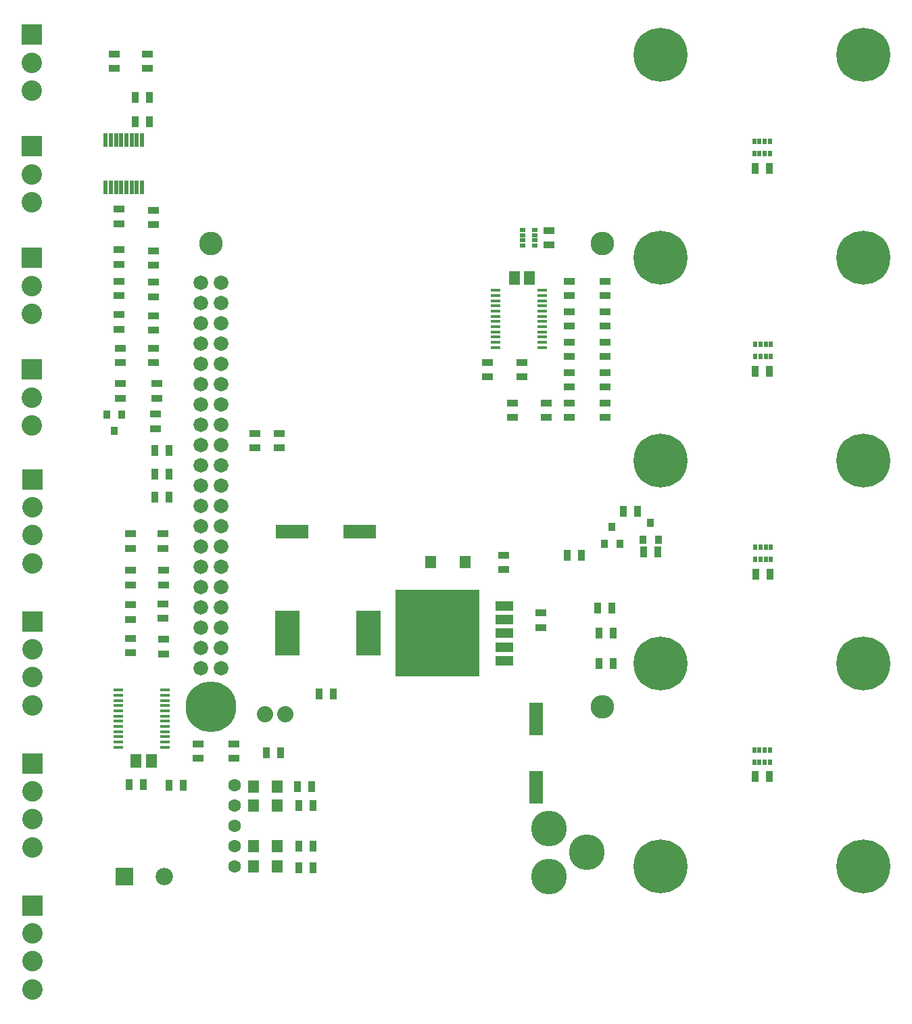
<source format=gbr>
G04 EAGLE Gerber RS-274X export*
G75*
%MOMM*%
%FSLAX34Y34*%
%LPD*%
%INSoldermask Top*%
%IPPOS*%
%AMOC8*
5,1,8,0,0,1.08239X$1,22.5*%
G01*
%ADD10C,1.600200*%
%ADD11R,1.352400X0.952400*%
%ADD12R,1.352400X1.552400*%
%ADD13R,0.952400X1.352400*%
%ADD14C,4.470400*%
%ADD15R,1.143000X0.457200*%
%ADD16R,1.452400X1.652400*%
%ADD17R,2.565400X2.565400*%
%ADD18C,2.565400*%
%ADD19C,6.756400*%
%ADD20R,0.552400X1.752400*%
%ADD21R,0.952400X1.052400*%
%ADD22R,0.502400X0.652400*%
%ADD23R,0.652400X0.502400*%
%ADD24R,10.562400X10.952400*%
%ADD25R,2.311400X1.219200*%
%ADD26R,1.752400X4.052400*%
%ADD27R,4.052400X1.752400*%
%ADD28R,1.422400X1.622400*%
%ADD29C,1.828800*%
%ADD30C,2.952400*%
%ADD31C,6.350000*%
%ADD32C,2.032000*%
%ADD33R,2.184400X2.184400*%
%ADD34C,2.184400*%
%ADD35R,3.152400X5.552400*%


D10*
X-12700Y-457200D03*
X-12700Y-406400D03*
D11*
X43180Y16400D03*
X43180Y34400D03*
X12700Y16400D03*
X12700Y34400D03*
D10*
X-12700Y-482600D03*
D12*
X10400Y-407670D03*
X40400Y-407670D03*
D13*
X83930Y-407670D03*
X65930Y-407670D03*
X421750Y-118110D03*
X403750Y-118110D03*
D14*
X381000Y-459900D03*
X381000Y-519900D03*
X428000Y-489900D03*
D13*
X638700Y-394970D03*
X656700Y-394970D03*
X639970Y-142240D03*
X657970Y-142240D03*
X638700Y111760D03*
X656700Y111760D03*
X638700Y365760D03*
X656700Y365760D03*
D11*
X381000Y288400D03*
X381000Y270400D03*
D15*
X372078Y142050D03*
X372078Y148550D03*
X372078Y155050D03*
X372078Y161550D03*
X372078Y168050D03*
X372078Y174550D03*
X372078Y181050D03*
X372078Y187550D03*
X372078Y194050D03*
X372078Y200550D03*
X313722Y200550D03*
X313722Y194050D03*
X313722Y187550D03*
X313722Y181050D03*
X313722Y174550D03*
X313722Y168050D03*
X313722Y161550D03*
X313722Y155050D03*
X313722Y148550D03*
X313722Y142050D03*
X372078Y207050D03*
X313722Y207050D03*
X372078Y213550D03*
X313722Y213550D03*
D16*
X337210Y228600D03*
X356210Y228600D03*
D11*
X450850Y72500D03*
X450850Y54500D03*
X406400Y72500D03*
X406400Y54500D03*
X450850Y110600D03*
X450850Y92600D03*
X406400Y110600D03*
X406400Y92600D03*
X450850Y148700D03*
X450850Y130700D03*
X406400Y148700D03*
X406400Y130700D03*
X450850Y186800D03*
X450850Y168800D03*
X406400Y186800D03*
X406400Y168800D03*
X450850Y224900D03*
X450850Y206900D03*
X406400Y224900D03*
X406400Y206900D03*
X346710Y123300D03*
X346710Y105300D03*
X335280Y72500D03*
X335280Y54500D03*
X303530Y123300D03*
X303530Y105300D03*
X377190Y54500D03*
X377190Y72500D03*
D10*
X-12700Y-431800D03*
D17*
X-266700Y114300D03*
D18*
X-266700Y79300D03*
X-266700Y44300D03*
D17*
X-266700Y254000D03*
D18*
X-266700Y219000D03*
X-266700Y184000D03*
D17*
X-266700Y393700D03*
D18*
X-266700Y358700D03*
X-266700Y323700D03*
D17*
X-266700Y533400D03*
D18*
X-266700Y498400D03*
X-266700Y463400D03*
D19*
X520700Y-254000D03*
X774700Y-254000D03*
X520700Y254000D03*
X774700Y254000D03*
X520700Y0D03*
X774700Y0D03*
D17*
X-266470Y-200920D03*
D18*
X-266470Y-235920D03*
X-266470Y-270920D03*
X-266470Y-305920D03*
D15*
X-158718Y-286830D03*
X-158718Y-293330D03*
X-158718Y-299830D03*
X-158718Y-306330D03*
X-158718Y-312830D03*
X-158718Y-319330D03*
X-158718Y-325830D03*
X-158718Y-332330D03*
X-158718Y-338830D03*
X-158718Y-345330D03*
X-100362Y-345330D03*
X-100362Y-338830D03*
X-100362Y-332330D03*
X-100362Y-325830D03*
X-100362Y-319330D03*
X-100362Y-312830D03*
X-100362Y-306330D03*
X-100362Y-299830D03*
X-100362Y-293330D03*
X-100362Y-286830D03*
X-158718Y-351830D03*
X-100362Y-351830D03*
X-158718Y-358330D03*
X-100362Y-358330D03*
D16*
X-117500Y-375920D03*
X-136500Y-375920D03*
D11*
X-143510Y-155050D03*
X-143510Y-137050D03*
X-101600Y-155050D03*
X-101600Y-137050D03*
X-143510Y-240140D03*
X-143510Y-222140D03*
X-101600Y-241410D03*
X-101600Y-223410D03*
X-143510Y-198230D03*
X-143510Y-180230D03*
X-102870Y-196960D03*
X-102870Y-178960D03*
X-102870Y-109330D03*
X-102870Y-91330D03*
X-143510Y-109330D03*
X-143510Y-91330D03*
D13*
X-95360Y-406400D03*
X-77360Y-406400D03*
D11*
X-13970Y-372220D03*
X-13970Y-354220D03*
X-58420Y-372220D03*
X-58420Y-354220D03*
D13*
X-126890Y-405130D03*
X-144890Y-405130D03*
D17*
X-266470Y-556520D03*
D18*
X-266470Y-591520D03*
X-266470Y-626520D03*
X-266470Y-661520D03*
D17*
X-266470Y-378720D03*
D18*
X-266470Y-413720D03*
X-266470Y-448720D03*
X-266470Y-483720D03*
D17*
X-266470Y-23120D03*
D18*
X-266470Y-58120D03*
X-266470Y-93120D03*
X-266470Y-128120D03*
D20*
X-128880Y401880D03*
X-135380Y401880D03*
X-141880Y401880D03*
X-148380Y401880D03*
X-154880Y401880D03*
X-161380Y401880D03*
X-167880Y401880D03*
X-174380Y401880D03*
X-174380Y342880D03*
X-167880Y342880D03*
X-161380Y342880D03*
X-154880Y342880D03*
X-148380Y342880D03*
X-141880Y342880D03*
X-135380Y342880D03*
X-128880Y342880D03*
D21*
X-154330Y58260D03*
X-173330Y58260D03*
X-163830Y37260D03*
D11*
X-114300Y313800D03*
X-114300Y295800D03*
D13*
X-137270Y454660D03*
X-119270Y454660D03*
D11*
X-157480Y182990D03*
X-157480Y164990D03*
X-114300Y181720D03*
X-114300Y163720D03*
X-157480Y246270D03*
X-157480Y264270D03*
X-114300Y245000D03*
X-114300Y263000D03*
D13*
X-137270Y424180D03*
X-119270Y424180D03*
D11*
X-157480Y315070D03*
X-157480Y297070D03*
X-157480Y206900D03*
X-157480Y224900D03*
X-114300Y205630D03*
X-114300Y223630D03*
X-163830Y509380D03*
X-163830Y491380D03*
X-121920Y491380D03*
X-121920Y509380D03*
D13*
X-113140Y12700D03*
X-95140Y12700D03*
X-113140Y-16510D03*
X-95140Y-16510D03*
X-113140Y-45720D03*
X-95140Y-45720D03*
D22*
X637950Y-361860D03*
X644450Y-361860D03*
X650950Y-361860D03*
X657450Y-361860D03*
X657450Y-377360D03*
X650950Y-377360D03*
X644450Y-377360D03*
X637950Y-377360D03*
X639220Y-107860D03*
X645720Y-107860D03*
X652220Y-107860D03*
X658720Y-107860D03*
X658720Y-123360D03*
X652220Y-123360D03*
X645720Y-123360D03*
X639220Y-123360D03*
D23*
X347890Y269650D03*
X347890Y276150D03*
X347890Y282650D03*
X347890Y289150D03*
X363390Y289150D03*
X363390Y282650D03*
X363390Y276150D03*
X363390Y269650D03*
D22*
X639220Y146140D03*
X645720Y146140D03*
X652220Y146140D03*
X658720Y146140D03*
X658720Y130640D03*
X652220Y130640D03*
X645720Y130640D03*
X639220Y130640D03*
X637950Y400140D03*
X644450Y400140D03*
X650950Y400140D03*
X657450Y400140D03*
X657450Y384640D03*
X650950Y384640D03*
X644450Y384640D03*
X637950Y384640D03*
D19*
X774700Y-508000D03*
X520700Y508000D03*
D11*
X-111760Y58530D03*
X-111760Y40530D03*
D19*
X520700Y-508000D03*
X774700Y508000D03*
D10*
X-12700Y-508000D03*
D24*
X241300Y-215900D03*
D25*
X324612Y-249936D03*
X324612Y-232918D03*
X324612Y-215900D03*
X324612Y-198882D03*
X324612Y-181864D03*
D11*
X370840Y-190390D03*
X370840Y-208390D03*
X323850Y-136000D03*
X323850Y-118000D03*
D26*
X364490Y-323260D03*
X364490Y-408260D03*
D27*
X144100Y-88900D03*
X59100Y-88900D03*
D13*
X92600Y-292100D03*
X110600Y-292100D03*
X459850Y-184150D03*
X441850Y-184150D03*
X443120Y-254000D03*
X461120Y-254000D03*
D28*
X275500Y-127000D03*
X232500Y-127000D03*
D11*
X-114300Y123080D03*
X-114300Y141080D03*
X-110490Y78630D03*
X-110490Y96630D03*
X-156210Y123080D03*
X-156210Y141080D03*
X-156210Y78630D03*
X-156210Y96630D03*
D29*
X-29700Y-259200D03*
X-55100Y-259200D03*
X-29700Y-233800D03*
X-55100Y-233800D03*
X-29700Y-208400D03*
X-55100Y-208400D03*
X-29700Y-183000D03*
X-55100Y-183000D03*
X-29700Y-157600D03*
X-55100Y-157600D03*
X-29700Y-132200D03*
X-55100Y-132200D03*
X-29700Y-106800D03*
X-55100Y-106800D03*
X-29700Y-81400D03*
X-55100Y-81400D03*
X-29700Y-56000D03*
X-55100Y-56000D03*
X-29700Y-30600D03*
X-55100Y-30600D03*
X-29700Y-5200D03*
X-55100Y-5200D03*
X-29700Y20200D03*
X-55100Y20200D03*
X-29700Y45600D03*
X-55100Y45600D03*
X-29700Y71000D03*
X-55100Y71000D03*
X-29700Y96400D03*
X-55100Y96400D03*
X-29700Y121800D03*
X-55100Y121800D03*
X-29700Y147200D03*
X-55100Y147200D03*
X-29700Y172600D03*
X-55100Y172600D03*
X-29700Y198000D03*
X-55100Y198000D03*
X-29700Y223400D03*
X-55100Y223400D03*
D30*
X447600Y-307900D03*
X-42400Y272100D03*
X447600Y272100D03*
D31*
X-42418Y-308102D03*
D12*
X10400Y-508000D03*
X40400Y-508000D03*
D13*
X85200Y-509270D03*
X67200Y-509270D03*
D12*
X10400Y-431800D03*
X40400Y-431800D03*
D13*
X85200Y-431800D03*
X67200Y-431800D03*
D12*
X10400Y-482600D03*
X40400Y-482600D03*
D13*
X85200Y-482600D03*
X67200Y-482600D03*
X26560Y-365760D03*
X44560Y-365760D03*
D32*
X25400Y-317500D03*
X50800Y-317500D03*
D33*
X-151130Y-520700D03*
D34*
X-101130Y-520700D03*
D35*
X53120Y-215700D03*
X155120Y-215700D03*
D21*
X450240Y-103980D03*
X469240Y-103980D03*
X459740Y-82980D03*
X498500Y-98900D03*
X517500Y-98900D03*
X508000Y-77900D03*
D13*
X491600Y-63500D03*
X473600Y-63500D03*
X517000Y-114300D03*
X499000Y-114300D03*
X461120Y-215900D03*
X443120Y-215900D03*
M02*

</source>
